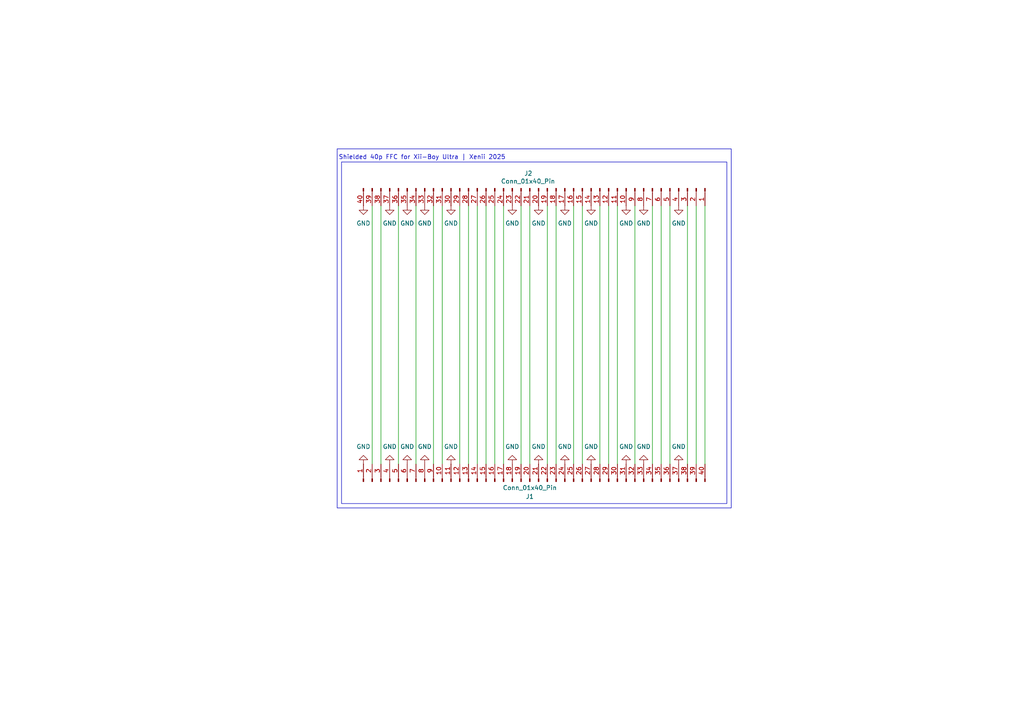
<source format=kicad_sch>
(kicad_sch
	(version 20250114)
	(generator "eeschema")
	(generator_version "9.0")
	(uuid "c7301c8b-b5ea-450b-a365-7c09fa0c9dd1")
	(paper "A4")
	(lib_symbols
		(symbol "Connector:Conn_01x40_Pin"
			(pin_names
				(offset 1.016)
				(hide yes)
			)
			(exclude_from_sim no)
			(in_bom yes)
			(on_board yes)
			(property "Reference" "J"
				(at 0 50.8 0)
				(effects
					(font
						(size 1.27 1.27)
					)
				)
			)
			(property "Value" "Conn_01x40_Pin"
				(at 0 -53.34 0)
				(effects
					(font
						(size 1.27 1.27)
					)
				)
			)
			(property "Footprint" ""
				(at 0 0 0)
				(effects
					(font
						(size 1.27 1.27)
					)
					(hide yes)
				)
			)
			(property "Datasheet" "~"
				(at 0 0 0)
				(effects
					(font
						(size 1.27 1.27)
					)
					(hide yes)
				)
			)
			(property "Description" "Generic connector, single row, 01x40, script generated"
				(at 0 0 0)
				(effects
					(font
						(size 1.27 1.27)
					)
					(hide yes)
				)
			)
			(property "ki_locked" ""
				(at 0 0 0)
				(effects
					(font
						(size 1.27 1.27)
					)
				)
			)
			(property "ki_keywords" "connector"
				(at 0 0 0)
				(effects
					(font
						(size 1.27 1.27)
					)
					(hide yes)
				)
			)
			(property "ki_fp_filters" "Connector*:*_1x??_*"
				(at 0 0 0)
				(effects
					(font
						(size 1.27 1.27)
					)
					(hide yes)
				)
			)
			(symbol "Conn_01x40_Pin_1_1"
				(rectangle
					(start 0.8636 48.387)
					(end 0 48.133)
					(stroke
						(width 0.1524)
						(type default)
					)
					(fill
						(type outline)
					)
				)
				(rectangle
					(start 0.8636 45.847)
					(end 0 45.593)
					(stroke
						(width 0.1524)
						(type default)
					)
					(fill
						(type outline)
					)
				)
				(rectangle
					(start 0.8636 43.307)
					(end 0 43.053)
					(stroke
						(width 0.1524)
						(type default)
					)
					(fill
						(type outline)
					)
				)
				(rectangle
					(start 0.8636 40.767)
					(end 0 40.513)
					(stroke
						(width 0.1524)
						(type default)
					)
					(fill
						(type outline)
					)
				)
				(rectangle
					(start 0.8636 38.227)
					(end 0 37.973)
					(stroke
						(width 0.1524)
						(type default)
					)
					(fill
						(type outline)
					)
				)
				(rectangle
					(start 0.8636 35.687)
					(end 0 35.433)
					(stroke
						(width 0.1524)
						(type default)
					)
					(fill
						(type outline)
					)
				)
				(rectangle
					(start 0.8636 33.147)
					(end 0 32.893)
					(stroke
						(width 0.1524)
						(type default)
					)
					(fill
						(type outline)
					)
				)
				(rectangle
					(start 0.8636 30.607)
					(end 0 30.353)
					(stroke
						(width 0.1524)
						(type default)
					)
					(fill
						(type outline)
					)
				)
				(rectangle
					(start 0.8636 28.067)
					(end 0 27.813)
					(stroke
						(width 0.1524)
						(type default)
					)
					(fill
						(type outline)
					)
				)
				(rectangle
					(start 0.8636 25.527)
					(end 0 25.273)
					(stroke
						(width 0.1524)
						(type default)
					)
					(fill
						(type outline)
					)
				)
				(rectangle
					(start 0.8636 22.987)
					(end 0 22.733)
					(stroke
						(width 0.1524)
						(type default)
					)
					(fill
						(type outline)
					)
				)
				(rectangle
					(start 0.8636 20.447)
					(end 0 20.193)
					(stroke
						(width 0.1524)
						(type default)
					)
					(fill
						(type outline)
					)
				)
				(rectangle
					(start 0.8636 17.907)
					(end 0 17.653)
					(stroke
						(width 0.1524)
						(type default)
					)
					(fill
						(type outline)
					)
				)
				(rectangle
					(start 0.8636 15.367)
					(end 0 15.113)
					(stroke
						(width 0.1524)
						(type default)
					)
					(fill
						(type outline)
					)
				)
				(rectangle
					(start 0.8636 12.827)
					(end 0 12.573)
					(stroke
						(width 0.1524)
						(type default)
					)
					(fill
						(type outline)
					)
				)
				(rectangle
					(start 0.8636 10.287)
					(end 0 10.033)
					(stroke
						(width 0.1524)
						(type default)
					)
					(fill
						(type outline)
					)
				)
				(rectangle
					(start 0.8636 7.747)
					(end 0 7.493)
					(stroke
						(width 0.1524)
						(type default)
					)
					(fill
						(type outline)
					)
				)
				(rectangle
					(start 0.8636 5.207)
					(end 0 4.953)
					(stroke
						(width 0.1524)
						(type default)
					)
					(fill
						(type outline)
					)
				)
				(rectangle
					(start 0.8636 2.667)
					(end 0 2.413)
					(stroke
						(width 0.1524)
						(type default)
					)
					(fill
						(type outline)
					)
				)
				(rectangle
					(start 0.8636 0.127)
					(end 0 -0.127)
					(stroke
						(width 0.1524)
						(type default)
					)
					(fill
						(type outline)
					)
				)
				(rectangle
					(start 0.8636 -2.413)
					(end 0 -2.667)
					(stroke
						(width 0.1524)
						(type default)
					)
					(fill
						(type outline)
					)
				)
				(rectangle
					(start 0.8636 -4.953)
					(end 0 -5.207)
					(stroke
						(width 0.1524)
						(type default)
					)
					(fill
						(type outline)
					)
				)
				(rectangle
					(start 0.8636 -7.493)
					(end 0 -7.747)
					(stroke
						(width 0.1524)
						(type default)
					)
					(fill
						(type outline)
					)
				)
				(rectangle
					(start 0.8636 -10.033)
					(end 0 -10.287)
					(stroke
						(width 0.1524)
						(type default)
					)
					(fill
						(type outline)
					)
				)
				(rectangle
					(start 0.8636 -12.573)
					(end 0 -12.827)
					(stroke
						(width 0.1524)
						(type default)
					)
					(fill
						(type outline)
					)
				)
				(rectangle
					(start 0.8636 -15.113)
					(end 0 -15.367)
					(stroke
						(width 0.1524)
						(type default)
					)
					(fill
						(type outline)
					)
				)
				(rectangle
					(start 0.8636 -17.653)
					(end 0 -17.907)
					(stroke
						(width 0.1524)
						(type default)
					)
					(fill
						(type outline)
					)
				)
				(rectangle
					(start 0.8636 -20.193)
					(end 0 -20.447)
					(stroke
						(width 0.1524)
						(type default)
					)
					(fill
						(type outline)
					)
				)
				(rectangle
					(start 0.8636 -22.733)
					(end 0 -22.987)
					(stroke
						(width 0.1524)
						(type default)
					)
					(fill
						(type outline)
					)
				)
				(rectangle
					(start 0.8636 -25.273)
					(end 0 -25.527)
					(stroke
						(width 0.1524)
						(type default)
					)
					(fill
						(type outline)
					)
				)
				(rectangle
					(start 0.8636 -27.813)
					(end 0 -28.067)
					(stroke
						(width 0.1524)
						(type default)
					)
					(fill
						(type outline)
					)
				)
				(rectangle
					(start 0.8636 -30.353)
					(end 0 -30.607)
					(stroke
						(width 0.1524)
						(type default)
					)
					(fill
						(type outline)
					)
				)
				(rectangle
					(start 0.8636 -32.893)
					(end 0 -33.147)
					(stroke
						(width 0.1524)
						(type default)
					)
					(fill
						(type outline)
					)
				)
				(rectangle
					(start 0.8636 -35.433)
					(end 0 -35.687)
					(stroke
						(width 0.1524)
						(type default)
					)
					(fill
						(type outline)
					)
				)
				(rectangle
					(start 0.8636 -37.973)
					(end 0 -38.227)
					(stroke
						(width 0.1524)
						(type default)
					)
					(fill
						(type outline)
					)
				)
				(rectangle
					(start 0.8636 -40.513)
					(end 0 -40.767)
					(stroke
						(width 0.1524)
						(type default)
					)
					(fill
						(type outline)
					)
				)
				(rectangle
					(start 0.8636 -43.053)
					(end 0 -43.307)
					(stroke
						(width 0.1524)
						(type default)
					)
					(fill
						(type outline)
					)
				)
				(rectangle
					(start 0.8636 -45.593)
					(end 0 -45.847)
					(stroke
						(width 0.1524)
						(type default)
					)
					(fill
						(type outline)
					)
				)
				(rectangle
					(start 0.8636 -48.133)
					(end 0 -48.387)
					(stroke
						(width 0.1524)
						(type default)
					)
					(fill
						(type outline)
					)
				)
				(rectangle
					(start 0.8636 -50.673)
					(end 0 -50.927)
					(stroke
						(width 0.1524)
						(type default)
					)
					(fill
						(type outline)
					)
				)
				(polyline
					(pts
						(xy 1.27 48.26) (xy 0.8636 48.26)
					)
					(stroke
						(width 0.1524)
						(type default)
					)
					(fill
						(type none)
					)
				)
				(polyline
					(pts
						(xy 1.27 45.72) (xy 0.8636 45.72)
					)
					(stroke
						(width 0.1524)
						(type default)
					)
					(fill
						(type none)
					)
				)
				(polyline
					(pts
						(xy 1.27 43.18) (xy 0.8636 43.18)
					)
					(stroke
						(width 0.1524)
						(type default)
					)
					(fill
						(type none)
					)
				)
				(polyline
					(pts
						(xy 1.27 40.64) (xy 0.8636 40.64)
					)
					(stroke
						(width 0.1524)
						(type default)
					)
					(fill
						(type none)
					)
				)
				(polyline
					(pts
						(xy 1.27 38.1) (xy 0.8636 38.1)
					)
					(stroke
						(width 0.1524)
						(type default)
					)
					(fill
						(type none)
					)
				)
				(polyline
					(pts
						(xy 1.27 35.56) (xy 0.8636 35.56)
					)
					(stroke
						(width 0.1524)
						(type default)
					)
					(fill
						(type none)
					)
				)
				(polyline
					(pts
						(xy 1.27 33.02) (xy 0.8636 33.02)
					)
					(stroke
						(width 0.1524)
						(type default)
					)
					(fill
						(type none)
					)
				)
				(polyline
					(pts
						(xy 1.27 30.48) (xy 0.8636 30.48)
					)
					(stroke
						(width 0.1524)
						(type default)
					)
					(fill
						(type none)
					)
				)
				(polyline
					(pts
						(xy 1.27 27.94) (xy 0.8636 27.94)
					)
					(stroke
						(width 0.1524)
						(type default)
					)
					(fill
						(type none)
					)
				)
				(polyline
					(pts
						(xy 1.27 25.4) (xy 0.8636 25.4)
					)
					(stroke
						(width 0.1524)
						(type default)
					)
					(fill
						(type none)
					)
				)
				(polyline
					(pts
						(xy 1.27 22.86) (xy 0.8636 22.86)
					)
					(stroke
						(width 0.1524)
						(type default)
					)
					(fill
						(type none)
					)
				)
				(polyline
					(pts
						(xy 1.27 20.32) (xy 0.8636 20.32)
					)
					(stroke
						(width 0.1524)
						(type default)
					)
					(fill
						(type none)
					)
				)
				(polyline
					(pts
						(xy 1.27 17.78) (xy 0.8636 17.78)
					)
					(stroke
						(width 0.1524)
						(type default)
					)
					(fill
						(type none)
					)
				)
				(polyline
					(pts
						(xy 1.27 15.24) (xy 0.8636 15.24)
					)
					(stroke
						(width 0.1524)
						(type default)
					)
					(fill
						(type none)
					)
				)
				(polyline
					(pts
						(xy 1.27 12.7) (xy 0.8636 12.7)
					)
					(stroke
						(width 0.1524)
						(type default)
					)
					(fill
						(type none)
					)
				)
				(polyline
					(pts
						(xy 1.27 10.16) (xy 0.8636 10.16)
					)
					(stroke
						(width 0.1524)
						(type default)
					)
					(fill
						(type none)
					)
				)
				(polyline
					(pts
						(xy 1.27 7.62) (xy 0.8636 7.62)
					)
					(stroke
						(width 0.1524)
						(type default)
					)
					(fill
						(type none)
					)
				)
				(polyline
					(pts
						(xy 1.27 5.08) (xy 0.8636 5.08)
					)
					(stroke
						(width 0.1524)
						(type default)
					)
					(fill
						(type none)
					)
				)
				(polyline
					(pts
						(xy 1.27 2.54) (xy 0.8636 2.54)
					)
					(stroke
						(width 0.1524)
						(type default)
					)
					(fill
						(type none)
					)
				)
				(polyline
					(pts
						(xy 1.27 0) (xy 0.8636 0)
					)
					(stroke
						(width 0.1524)
						(type default)
					)
					(fill
						(type none)
					)
				)
				(polyline
					(pts
						(xy 1.27 -2.54) (xy 0.8636 -2.54)
					)
					(stroke
						(width 0.1524)
						(type default)
					)
					(fill
						(type none)
					)
				)
				(polyline
					(pts
						(xy 1.27 -5.08) (xy 0.8636 -5.08)
					)
					(stroke
						(width 0.1524)
						(type default)
					)
					(fill
						(type none)
					)
				)
				(polyline
					(pts
						(xy 1.27 -7.62) (xy 0.8636 -7.62)
					)
					(stroke
						(width 0.1524)
						(type default)
					)
					(fill
						(type none)
					)
				)
				(polyline
					(pts
						(xy 1.27 -10.16) (xy 0.8636 -10.16)
					)
					(stroke
						(width 0.1524)
						(type default)
					)
					(fill
						(type none)
					)
				)
				(polyline
					(pts
						(xy 1.27 -12.7) (xy 0.8636 -12.7)
					)
					(stroke
						(width 0.1524)
						(type default)
					)
					(fill
						(type none)
					)
				)
				(polyline
					(pts
						(xy 1.27 -15.24) (xy 0.8636 -15.24)
					)
					(stroke
						(width 0.1524)
						(type default)
					)
					(fill
						(type none)
					)
				)
				(polyline
					(pts
						(xy 1.27 -17.78) (xy 0.8636 -17.78)
					)
					(stroke
						(width 0.1524)
						(type default)
					)
					(fill
						(type none)
					)
				)
				(polyline
					(pts
						(xy 1.27 -20.32) (xy 0.8636 -20.32)
					)
					(stroke
						(width 0.1524)
						(type default)
					)
					(fill
						(type none)
					)
				)
				(polyline
					(pts
						(xy 1.27 -22.86) (xy 0.8636 -22.86)
					)
					(stroke
						(width 0.1524)
						(type default)
					)
					(fill
						(type none)
					)
				)
				(polyline
					(pts
						(xy 1.27 -25.4) (xy 0.8636 -25.4)
					)
					(stroke
						(width 0.1524)
						(type default)
					)
					(fill
						(type none)
					)
				)
				(polyline
					(pts
						(xy 1.27 -27.94) (xy 0.8636 -27.94)
					)
					(stroke
						(width 0.1524)
						(type default)
					)
					(fill
						(type none)
					)
				)
				(polyline
					(pts
						(xy 1.27 -30.48) (xy 0.8636 -30.48)
					)
					(stroke
						(width 0.1524)
						(type default)
					)
					(fill
						(type none)
					)
				)
				(polyline
					(pts
						(xy 1.27 -33.02) (xy 0.8636 -33.02)
					)
					(stroke
						(width 0.1524)
						(type default)
					)
					(fill
						(type none)
					)
				)
				(polyline
					(pts
						(xy 1.27 -35.56) (xy 0.8636 -35.56)
					)
					(stroke
						(width 0.1524)
						(type default)
					)
					(fill
						(type none)
					)
				)
				(polyline
					(pts
						(xy 1.27 -38.1) (xy 0.8636 -38.1)
					)
					(stroke
						(width 0.1524)
						(type default)
					)
					(fill
						(type none)
					)
				)
				(polyline
					(pts
						(xy 1.27 -40.64) (xy 0.8636 -40.64)
					)
					(stroke
						(width 0.1524)
						(type default)
					)
					(fill
						(type none)
					)
				)
				(polyline
					(pts
						(xy 1.27 -43.18) (xy 0.8636 -43.18)
					)
					(stroke
						(width 0.1524)
						(type default)
					)
					(fill
						(type none)
					)
				)
				(polyline
					(pts
						(xy 1.27 -45.72) (xy 0.8636 -45.72)
					)
					(stroke
						(width 0.1524)
						(type default)
					)
					(fill
						(type none)
					)
				)
				(polyline
					(pts
						(xy 1.27 -48.26) (xy 0.8636 -48.26)
					)
					(stroke
						(width 0.1524)
						(type default)
					)
					(fill
						(type none)
					)
				)
				(polyline
					(pts
						(xy 1.27 -50.8) (xy 0.8636 -50.8)
					)
					(stroke
						(width 0.1524)
						(type default)
					)
					(fill
						(type none)
					)
				)
				(pin passive line
					(at 5.08 48.26 180)
					(length 3.81)
					(name "Pin_1"
						(effects
							(font
								(size 1.27 1.27)
							)
						)
					)
					(number "1"
						(effects
							(font
								(size 1.27 1.27)
							)
						)
					)
				)
				(pin passive line
					(at 5.08 45.72 180)
					(length 3.81)
					(name "Pin_2"
						(effects
							(font
								(size 1.27 1.27)
							)
						)
					)
					(number "2"
						(effects
							(font
								(size 1.27 1.27)
							)
						)
					)
				)
				(pin passive line
					(at 5.08 43.18 180)
					(length 3.81)
					(name "Pin_3"
						(effects
							(font
								(size 1.27 1.27)
							)
						)
					)
					(number "3"
						(effects
							(font
								(size 1.27 1.27)
							)
						)
					)
				)
				(pin passive line
					(at 5.08 40.64 180)
					(length 3.81)
					(name "Pin_4"
						(effects
							(font
								(size 1.27 1.27)
							)
						)
					)
					(number "4"
						(effects
							(font
								(size 1.27 1.27)
							)
						)
					)
				)
				(pin passive line
					(at 5.08 38.1 180)
					(length 3.81)
					(name "Pin_5"
						(effects
							(font
								(size 1.27 1.27)
							)
						)
					)
					(number "5"
						(effects
							(font
								(size 1.27 1.27)
							)
						)
					)
				)
				(pin passive line
					(at 5.08 35.56 180)
					(length 3.81)
					(name "Pin_6"
						(effects
							(font
								(size 1.27 1.27)
							)
						)
					)
					(number "6"
						(effects
							(font
								(size 1.27 1.27)
							)
						)
					)
				)
				(pin passive line
					(at 5.08 33.02 180)
					(length 3.81)
					(name "Pin_7"
						(effects
							(font
								(size 1.27 1.27)
							)
						)
					)
					(number "7"
						(effects
							(font
								(size 1.27 1.27)
							)
						)
					)
				)
				(pin passive line
					(at 5.08 30.48 180)
					(length 3.81)
					(name "Pin_8"
						(effects
							(font
								(size 1.27 1.27)
							)
						)
					)
					(number "8"
						(effects
							(font
								(size 1.27 1.27)
							)
						)
					)
				)
				(pin passive line
					(at 5.08 27.94 180)
					(length 3.81)
					(name "Pin_9"
						(effects
							(font
								(size 1.27 1.27)
							)
						)
					)
					(number "9"
						(effects
							(font
								(size 1.27 1.27)
							)
						)
					)
				)
				(pin passive line
					(at 5.08 25.4 180)
					(length 3.81)
					(name "Pin_10"
						(effects
							(font
								(size 1.27 1.27)
							)
						)
					)
					(number "10"
						(effects
							(font
								(size 1.27 1.27)
							)
						)
					)
				)
				(pin passive line
					(at 5.08 22.86 180)
					(length 3.81)
					(name "Pin_11"
						(effects
							(font
								(size 1.27 1.27)
							)
						)
					)
					(number "11"
						(effects
							(font
								(size 1.27 1.27)
							)
						)
					)
				)
				(pin passive line
					(at 5.08 20.32 180)
					(length 3.81)
					(name "Pin_12"
						(effects
							(font
								(size 1.27 1.27)
							)
						)
					)
					(number "12"
						(effects
							(font
								(size 1.27 1.27)
							)
						)
					)
				)
				(pin passive line
					(at 5.08 17.78 180)
					(length 3.81)
					(name "Pin_13"
						(effects
							(font
								(size 1.27 1.27)
							)
						)
					)
					(number "13"
						(effects
							(font
								(size 1.27 1.27)
							)
						)
					)
				)
				(pin passive line
					(at 5.08 15.24 180)
					(length 3.81)
					(name "Pin_14"
						(effects
							(font
								(size 1.27 1.27)
							)
						)
					)
					(number "14"
						(effects
							(font
								(size 1.27 1.27)
							)
						)
					)
				)
				(pin passive line
					(at 5.08 12.7 180)
					(length 3.81)
					(name "Pin_15"
						(effects
							(font
								(size 1.27 1.27)
							)
						)
					)
					(number "15"
						(effects
							(font
								(size 1.27 1.27)
							)
						)
					)
				)
				(pin passive line
					(at 5.08 10.16 180)
					(length 3.81)
					(name "Pin_16"
						(effects
							(font
								(size 1.27 1.27)
							)
						)
					)
					(number "16"
						(effects
							(font
								(size 1.27 1.27)
							)
						)
					)
				)
				(pin passive line
					(at 5.08 7.62 180)
					(length 3.81)
					(name "Pin_17"
						(effects
							(font
								(size 1.27 1.27)
							)
						)
					)
					(number "17"
						(effects
							(font
								(size 1.27 1.27)
							)
						)
					)
				)
				(pin passive line
					(at 5.08 5.08 180)
					(length 3.81)
					(name "Pin_18"
						(effects
							(font
								(size 1.27 1.27)
							)
						)
					)
					(number "18"
						(effects
							(font
								(size 1.27 1.27)
							)
						)
					)
				)
				(pin passive line
					(at 5.08 2.54 180)
					(length 3.81)
					(name "Pin_19"
						(effects
							(font
								(size 1.27 1.27)
							)
						)
					)
					(number "19"
						(effects
							(font
								(size 1.27 1.27)
							)
						)
					)
				)
				(pin passive line
					(at 5.08 0 180)
					(length 3.81)
					(name "Pin_20"
						(effects
							(font
								(size 1.27 1.27)
							)
						)
					)
					(number "20"
						(effects
							(font
								(size 1.27 1.27)
							)
						)
					)
				)
				(pin passive line
					(at 5.08 -2.54 180)
					(length 3.81)
					(name "Pin_21"
						(effects
							(font
								(size 1.27 1.27)
							)
						)
					)
					(number "21"
						(effects
							(font
								(size 1.27 1.27)
							)
						)
					)
				)
				(pin passive line
					(at 5.08 -5.08 180)
					(length 3.81)
					(name "Pin_22"
						(effects
							(font
								(size 1.27 1.27)
							)
						)
					)
					(number "22"
						(effects
							(font
								(size 1.27 1.27)
							)
						)
					)
				)
				(pin passive line
					(at 5.08 -7.62 180)
					(length 3.81)
					(name "Pin_23"
						(effects
							(font
								(size 1.27 1.27)
							)
						)
					)
					(number "23"
						(effects
							(font
								(size 1.27 1.27)
							)
						)
					)
				)
				(pin passive line
					(at 5.08 -10.16 180)
					(length 3.81)
					(name "Pin_24"
						(effects
							(font
								(size 1.27 1.27)
							)
						)
					)
					(number "24"
						(effects
							(font
								(size 1.27 1.27)
							)
						)
					)
				)
				(pin passive line
					(at 5.08 -12.7 180)
					(length 3.81)
					(name "Pin_25"
						(effects
							(font
								(size 1.27 1.27)
							)
						)
					)
					(number "25"
						(effects
							(font
								(size 1.27 1.27)
							)
						)
					)
				)
				(pin passive line
					(at 5.08 -15.24 180)
					(length 3.81)
					(name "Pin_26"
						(effects
							(font
								(size 1.27 1.27)
							)
						)
					)
					(number "26"
						(effects
							(font
								(size 1.27 1.27)
							)
						)
					)
				)
				(pin passive line
					(at 5.08 -17.78 180)
					(length 3.81)
					(name "Pin_27"
						(effects
							(font
								(size 1.27 1.27)
							)
						)
					)
					(number "27"
						(effects
							(font
								(size 1.27 1.27)
							)
						)
					)
				)
				(pin passive line
					(at 5.08 -20.32 180)
					(length 3.81)
					(name "Pin_28"
						(effects
							(font
								(size 1.27 1.27)
							)
						)
					)
					(number "28"
						(effects
							(font
								(size 1.27 1.27)
							)
						)
					)
				)
				(pin passive line
					(at 5.08 -22.86 180)
					(length 3.81)
					(name "Pin_29"
						(effects
							(font
								(size 1.27 1.27)
							)
						)
					)
					(number "29"
						(effects
							(font
								(size 1.27 1.27)
							)
						)
					)
				)
				(pin passive line
					(at 5.08 -25.4 180)
					(length 3.81)
					(name "Pin_30"
						(effects
							(font
								(size 1.27 1.27)
							)
						)
					)
					(number "30"
						(effects
							(font
								(size 1.27 1.27)
							)
						)
					)
				)
				(pin passive line
					(at 5.08 -27.94 180)
					(length 3.81)
					(name "Pin_31"
						(effects
							(font
								(size 1.27 1.27)
							)
						)
					)
					(number "31"
						(effects
							(font
								(size 1.27 1.27)
							)
						)
					)
				)
				(pin passive line
					(at 5.08 -30.48 180)
					(length 3.81)
					(name "Pin_32"
						(effects
							(font
								(size 1.27 1.27)
							)
						)
					)
					(number "32"
						(effects
							(font
								(size 1.27 1.27)
							)
						)
					)
				)
				(pin passive line
					(at 5.08 -33.02 180)
					(length 3.81)
					(name "Pin_33"
						(effects
							(font
								(size 1.27 1.27)
							)
						)
					)
					(number "33"
						(effects
							(font
								(size 1.27 1.27)
							)
						)
					)
				)
				(pin passive line
					(at 5.08 -35.56 180)
					(length 3.81)
					(name "Pin_34"
						(effects
							(font
								(size 1.27 1.27)
							)
						)
					)
					(number "34"
						(effects
							(font
								(size 1.27 1.27)
							)
						)
					)
				)
				(pin passive line
					(at 5.08 -38.1 180)
					(length 3.81)
					(name "Pin_35"
						(effects
							(font
								(size 1.27 1.27)
							)
						)
					)
					(number "35"
						(effects
							(font
								(size 1.27 1.27)
							)
						)
					)
				)
				(pin passive line
					(at 5.08 -40.64 180)
					(length 3.81)
					(name "Pin_36"
						(effects
							(font
								(size 1.27 1.27)
							)
						)
					)
					(number "36"
						(effects
							(font
								(size 1.27 1.27)
							)
						)
					)
				)
				(pin passive line
					(at 5.08 -43.18 180)
					(length 3.81)
					(name "Pin_37"
						(effects
							(font
								(size 1.27 1.27)
							)
						)
					)
					(number "37"
						(effects
							(font
								(size 1.27 1.27)
							)
						)
					)
				)
				(pin passive line
					(at 5.08 -45.72 180)
					(length 3.81)
					(name "Pin_38"
						(effects
							(font
								(size 1.27 1.27)
							)
						)
					)
					(number "38"
						(effects
							(font
								(size 1.27 1.27)
							)
						)
					)
				)
				(pin passive line
					(at 5.08 -48.26 180)
					(length 3.81)
					(name "Pin_39"
						(effects
							(font
								(size 1.27 1.27)
							)
						)
					)
					(number "39"
						(effects
							(font
								(size 1.27 1.27)
							)
						)
					)
				)
				(pin passive line
					(at 5.08 -50.8 180)
					(length 3.81)
					(name "Pin_40"
						(effects
							(font
								(size 1.27 1.27)
							)
						)
					)
					(number "40"
						(effects
							(font
								(size 1.27 1.27)
							)
						)
					)
				)
			)
			(embedded_fonts no)
		)
		(symbol "power:GND"
			(power)
			(pin_numbers
				(hide yes)
			)
			(pin_names
				(offset 0)
				(hide yes)
			)
			(exclude_from_sim no)
			(in_bom yes)
			(on_board yes)
			(property "Reference" "#PWR"
				(at 0 -6.35 0)
				(effects
					(font
						(size 1.27 1.27)
					)
					(hide yes)
				)
			)
			(property "Value" "GND"
				(at 0 -3.81 0)
				(effects
					(font
						(size 1.27 1.27)
					)
				)
			)
			(property "Footprint" ""
				(at 0 0 0)
				(effects
					(font
						(size 1.27 1.27)
					)
					(hide yes)
				)
			)
			(property "Datasheet" ""
				(at 0 0 0)
				(effects
					(font
						(size 1.27 1.27)
					)
					(hide yes)
				)
			)
			(property "Description" "Power symbol creates a global label with name \"GND\" , ground"
				(at 0 0 0)
				(effects
					(font
						(size 1.27 1.27)
					)
					(hide yes)
				)
			)
			(property "ki_keywords" "global power"
				(at 0 0 0)
				(effects
					(font
						(size 1.27 1.27)
					)
					(hide yes)
				)
			)
			(symbol "GND_0_1"
				(polyline
					(pts
						(xy 0 0) (xy 0 -1.27) (xy 1.27 -1.27) (xy 0 -2.54) (xy -1.27 -1.27) (xy 0 -1.27)
					)
					(stroke
						(width 0)
						(type default)
					)
					(fill
						(type none)
					)
				)
			)
			(symbol "GND_1_1"
				(pin power_in line
					(at 0 0 270)
					(length 0)
					(name "~"
						(effects
							(font
								(size 1.27 1.27)
							)
						)
					)
					(number "1"
						(effects
							(font
								(size 1.27 1.27)
							)
						)
					)
				)
			)
			(embedded_fonts no)
		)
	)
	(rectangle
		(start 97.79 43.18)
		(end 212.09 147.32)
		(stroke
			(width 0)
			(type default)
		)
		(fill
			(type none)
		)
		(uuid 5386a8f1-dd45-43ea-aa01-2e9df8702c42)
	)
	(rectangle
		(start 99.06 46.99)
		(end 210.82 146.05)
		(stroke
			(width 0)
			(type default)
		)
		(fill
			(type none)
		)
		(uuid 5d80f9eb-8fa3-4c9d-9e4b-b35ae385e4cb)
	)
	(text "Shielded 40p FFC for Xii-Boy Ultra | Xenii 2025"
		(exclude_from_sim no)
		(at 122.428 45.72 0)
		(effects
			(font
				(size 1.27 1.27)
			)
		)
		(uuid "6f2ab3e8-e8c3-431a-9fea-2efd51ec87f1")
	)
	(wire
		(pts
			(xy 138.43 134.62) (xy 138.43 59.69)
		)
		(stroke
			(width 0)
			(type default)
		)
		(uuid "02456d57-7e53-4693-8ace-40305cb919e7")
	)
	(wire
		(pts
			(xy 184.15 134.62) (xy 184.15 59.69)
		)
		(stroke
			(width 0)
			(type default)
		)
		(uuid "02da45b4-1055-49be-8061-4afbc1d201b5")
	)
	(wire
		(pts
			(xy 204.47 134.62) (xy 204.47 59.69)
		)
		(stroke
			(width 0)
			(type default)
		)
		(uuid "0d6cce52-5e0d-4265-981f-4afa2f894144")
	)
	(wire
		(pts
			(xy 158.75 134.62) (xy 158.75 59.69)
		)
		(stroke
			(width 0)
			(type default)
		)
		(uuid "30da0fb7-f205-430c-b059-6c9d4913fa6a")
	)
	(wire
		(pts
			(xy 153.67 134.62) (xy 153.67 59.69)
		)
		(stroke
			(width 0)
			(type default)
		)
		(uuid "4078eca9-43ba-4f58-858d-e73bc7c21d74")
	)
	(wire
		(pts
			(xy 199.39 134.62) (xy 199.39 59.69)
		)
		(stroke
			(width 0)
			(type default)
		)
		(uuid "40f16214-7ee4-4944-b0c6-d1dd5ed5d8f9")
	)
	(wire
		(pts
			(xy 128.27 134.62) (xy 128.27 59.69)
		)
		(stroke
			(width 0)
			(type default)
		)
		(uuid "447acab9-9340-42b3-9a3f-6fa6cc9f6b21")
	)
	(wire
		(pts
			(xy 133.35 134.62) (xy 133.35 59.69)
		)
		(stroke
			(width 0)
			(type default)
		)
		(uuid "54882dc4-16de-4c9f-afd0-44429c4d06bf")
	)
	(wire
		(pts
			(xy 135.89 134.62) (xy 135.89 59.69)
		)
		(stroke
			(width 0)
			(type default)
		)
		(uuid "5adbb2b1-07c5-4862-be8d-5280a2a40175")
	)
	(wire
		(pts
			(xy 143.51 134.62) (xy 143.51 59.69)
		)
		(stroke
			(width 0)
			(type default)
		)
		(uuid "630fb62e-b641-46f4-916e-0e6a5d1088b1")
	)
	(wire
		(pts
			(xy 168.91 134.62) (xy 168.91 59.69)
		)
		(stroke
			(width 0)
			(type default)
		)
		(uuid "839ae44e-c599-4263-9afc-03e5886a8190")
	)
	(wire
		(pts
			(xy 140.97 134.62) (xy 140.97 59.69)
		)
		(stroke
			(width 0)
			(type default)
		)
		(uuid "94724396-5d5e-4f55-84d8-a23baa8111b9")
	)
	(wire
		(pts
			(xy 120.65 134.62) (xy 120.65 59.69)
		)
		(stroke
			(width 0)
			(type default)
		)
		(uuid "98f77753-5901-4865-b021-5ed82df83c35")
	)
	(wire
		(pts
			(xy 110.49 134.62) (xy 110.49 59.69)
		)
		(stroke
			(width 0)
			(type default)
		)
		(uuid "9a395408-9f61-4702-8785-f8c38140cff8")
	)
	(wire
		(pts
			(xy 191.77 134.62) (xy 191.77 59.69)
		)
		(stroke
			(width 0)
			(type default)
		)
		(uuid "b22ce517-84e7-4269-a4cf-ad05550b5e9b")
	)
	(wire
		(pts
			(xy 173.99 134.62) (xy 173.99 59.69)
		)
		(stroke
			(width 0)
			(type default)
		)
		(uuid "bebaea1e-da03-4080-83fb-9d55b6cfa2c6")
	)
	(wire
		(pts
			(xy 146.05 134.62) (xy 146.05 59.69)
		)
		(stroke
			(width 0)
			(type default)
		)
		(uuid "c06489c3-936a-42b6-8aa1-43540d49a30f")
	)
	(wire
		(pts
			(xy 151.13 134.62) (xy 151.13 59.69)
		)
		(stroke
			(width 0)
			(type default)
		)
		(uuid "c6e9cfbf-5fa6-409c-969f-71ba17d00ae5")
	)
	(wire
		(pts
			(xy 179.07 134.62) (xy 179.07 59.69)
		)
		(stroke
			(width 0)
			(type default)
		)
		(uuid "d4f41ede-7b1f-4a15-a06b-cd18977ac323")
	)
	(wire
		(pts
			(xy 107.95 134.62) (xy 107.95 59.69)
		)
		(stroke
			(width 0)
			(type default)
		)
		(uuid "d65f196b-d91e-4d04-a555-b53d705ae0be")
	)
	(wire
		(pts
			(xy 125.73 134.62) (xy 125.73 59.69)
		)
		(stroke
			(width 0)
			(type default)
		)
		(uuid "d6aa2843-ec6f-4a7e-ae7e-d121a2657205")
	)
	(wire
		(pts
			(xy 176.53 134.62) (xy 176.53 59.69)
		)
		(stroke
			(width 0)
			(type default)
		)
		(uuid "dc0bb0cc-361a-4ca9-8e73-46011a7dc1cc")
	)
	(wire
		(pts
			(xy 115.57 134.62) (xy 115.57 59.69)
		)
		(stroke
			(width 0)
			(type default)
		)
		(uuid "e8344b29-647e-47e4-9bde-e21cf70c8a32")
	)
	(wire
		(pts
			(xy 194.31 134.62) (xy 194.31 59.69)
		)
		(stroke
			(width 0)
			(type default)
		)
		(uuid "e9088833-3996-4584-8e87-74ae14d6ae00")
	)
	(wire
		(pts
			(xy 201.93 134.62) (xy 201.93 59.69)
		)
		(stroke
			(width 0)
			(type default)
		)
		(uuid "e9fe1bb7-a2ce-4556-9f4d-b24fc556845d")
	)
	(wire
		(pts
			(xy 161.29 134.62) (xy 161.29 59.69)
		)
		(stroke
			(width 0)
			(type default)
		)
		(uuid "ef84b7f7-825e-46ef-ae69-0c0f7b956b50")
	)
	(wire
		(pts
			(xy 189.23 134.62) (xy 189.23 59.69)
		)
		(stroke
			(width 0)
			(type default)
		)
		(uuid "f1b012ca-c875-44c5-a72c-13b7c4201723")
	)
	(wire
		(pts
			(xy 166.37 134.62) (xy 166.37 59.69)
		)
		(stroke
			(width 0)
			(type default)
		)
		(uuid "ffa4050d-1fa6-4680-b8bc-2a6c93748a52")
	)
	(symbol
		(lib_id "power:GND")
		(at 105.41 134.62 180)
		(unit 1)
		(exclude_from_sim no)
		(in_bom yes)
		(on_board yes)
		(dnp no)
		(fields_autoplaced yes)
		(uuid "00a589d1-433c-4e0e-b500-daba284944b0")
		(property "Reference" "#PWR013"
			(at 105.41 128.27 0)
			(effects
				(font
					(size 1.27 1.27)
				)
				(hide yes)
			)
		)
		(property "Value" "GND"
			(at 105.41 129.54 0)
			(effects
				(font
					(size 1.27 1.27)
				)
			)
		)
		(property "Footprint" ""
			(at 105.41 134.62 0)
			(effects
				(font
					(size 1.27 1.27)
				)
				(hide yes)
			)
		)
		(property "Datasheet" ""
			(at 105.41 134.62 0)
			(effects
				(font
					(size 1.27 1.27)
				)
				(hide yes)
			)
		)
		(property "Description" "Power symbol creates a global label with name \"GND\" , ground"
			(at 105.41 134.62 0)
			(effects
				(font
					(size 1.27 1.27)
				)
				(hide yes)
			)
		)
		(pin "1"
			(uuid "75a2a0ab-4877-45e1-bd39-df5f745157ec")
		)
		(instances
			(project "FFC-40P-XB3"
				(path "/c7301c8b-b5ea-450b-a365-7c09fa0c9dd1"
					(reference "#PWR013")
					(unit 1)
				)
			)
		)
	)
	(symbol
		(lib_id "power:GND")
		(at 171.45 59.69 0)
		(unit 1)
		(exclude_from_sim no)
		(in_bom yes)
		(on_board yes)
		(dnp no)
		(fields_autoplaced yes)
		(uuid "18040868-a12d-4018-9869-2f7264995534")
		(property "Reference" "#PWR09"
			(at 171.45 66.04 0)
			(effects
				(font
					(size 1.27 1.27)
				)
				(hide yes)
			)
		)
		(property "Value" "GND"
			(at 171.45 64.77 0)
			(effects
				(font
					(size 1.27 1.27)
				)
			)
		)
		(property "Footprint" ""
			(at 171.45 59.69 0)
			(effects
				(font
					(size 1.27 1.27)
				)
				(hide yes)
			)
		)
		(property "Datasheet" ""
			(at 171.45 59.69 0)
			(effects
				(font
					(size 1.27 1.27)
				)
				(hide yes)
			)
		)
		(property "Description" "Power symbol creates a global label with name \"GND\" , ground"
			(at 171.45 59.69 0)
			(effects
				(font
					(size 1.27 1.27)
				)
				(hide yes)
			)
		)
		(pin "1"
			(uuid "a8d1d232-a3af-4bef-a9e8-ea1987e7a6bf")
		)
		(instances
			(project "FFC-40P-XB3"
				(path "/c7301c8b-b5ea-450b-a365-7c09fa0c9dd1"
					(reference "#PWR09")
					(unit 1)
				)
			)
		)
	)
	(symbol
		(lib_id "power:GND")
		(at 171.45 134.62 180)
		(unit 1)
		(exclude_from_sim no)
		(in_bom yes)
		(on_board yes)
		(dnp no)
		(fields_autoplaced yes)
		(uuid "21c6f4ae-90a3-4ced-9df4-e3a4c3a642c0")
		(property "Reference" "#PWR021"
			(at 171.45 128.27 0)
			(effects
				(font
					(size 1.27 1.27)
				)
				(hide yes)
			)
		)
		(property "Value" "GND"
			(at 171.45 129.54 0)
			(effects
				(font
					(size 1.27 1.27)
				)
			)
		)
		(property "Footprint" ""
			(at 171.45 134.62 0)
			(effects
				(font
					(size 1.27 1.27)
				)
				(hide yes)
			)
		)
		(property "Datasheet" ""
			(at 171.45 134.62 0)
			(effects
				(font
					(size 1.27 1.27)
				)
				(hide yes)
			)
		)
		(property "Description" "Power symbol creates a global label with name \"GND\" , ground"
			(at 171.45 134.62 0)
			(effects
				(font
					(size 1.27 1.27)
				)
				(hide yes)
			)
		)
		(pin "1"
			(uuid "7d42e1dc-ed16-4c92-926a-bed431993345")
		)
		(instances
			(project "FFC-40P-XB3"
				(path "/c7301c8b-b5ea-450b-a365-7c09fa0c9dd1"
					(reference "#PWR021")
					(unit 1)
				)
			)
		)
	)
	(symbol
		(lib_id "Connector:Conn_01x40_Pin")
		(at 156.21 54.61 270)
		(unit 1)
		(exclude_from_sim no)
		(in_bom yes)
		(on_board yes)
		(dnp no)
		(uuid "2a51dcee-e1e4-4986-b074-af083f460155")
		(property "Reference" "J2"
			(at 154.432 50.292 90)
			(effects
				(font
					(size 1.27 1.27)
				)
				(justify right)
			)
		)
		(property "Value" "Conn_01x40_Pin"
			(at 161.036 52.578 90)
			(effects
				(font
					(size 1.27 1.27)
				)
				(justify right)
			)
		)
		(property "Footprint" "Male-FFC:XF-FFC-40p"
			(at 156.21 54.61 0)
			(effects
				(font
					(size 1.27 1.27)
				)
				(hide yes)
			)
		)
		(property "Datasheet" "~"
			(at 156.21 54.61 0)
			(effects
				(font
					(size 1.27 1.27)
				)
				(hide yes)
			)
		)
		(property "Description" "Generic connector, single row, 01x40, script generated"
			(at 156.21 54.61 0)
			(effects
				(font
					(size 1.27 1.27)
				)
				(hide yes)
			)
		)
		(pin "15"
			(uuid "a3284160-6b44-4d0a-b3b9-7d09c014107a")
		)
		(pin "7"
			(uuid "61eacf1b-f9d5-4ff0-ae08-48a4f4b07bca")
		)
		(pin "6"
			(uuid "99f36c4d-ec80-4a0f-a0c1-7909108da928")
		)
		(pin "25"
			(uuid "74172741-9e5e-42d2-a902-e912c28b92ca")
		)
		(pin "9"
			(uuid "2a1a273a-8728-47cc-8105-01d7a9323322")
		)
		(pin "29"
			(uuid "ef6db064-d09c-4e06-b618-74d875820257")
		)
		(pin "1"
			(uuid "a1fc92e0-ed01-43a1-a957-d043347d58ef")
		)
		(pin "19"
			(uuid "291b5f08-1972-4b19-b46f-12afe0c5e50b")
		)
		(pin "33"
			(uuid "f5fcd2bf-35ac-4106-82f3-101896dce28d")
		)
		(pin "2"
			(uuid "94851662-aa43-4581-ad10-19daeff63fb7")
		)
		(pin "4"
			(uuid "c73df4e3-0eb7-4787-bdad-55835e3b5a10")
		)
		(pin "11"
			(uuid "429dab55-7046-48a5-a819-36cdf208134c")
		)
		(pin "13"
			(uuid "a1b98e7b-aefc-4e9d-a55b-b61425782d0b")
		)
		(pin "18"
			(uuid "4f9c0686-b4dc-4714-a56c-9c9226bcf604")
		)
		(pin "20"
			(uuid "7b8429ee-6c6e-476c-bb7f-7a8f9b6babff")
		)
		(pin "22"
			(uuid "439c6838-0933-4533-879a-5cc183ed40e4")
		)
		(pin "8"
			(uuid "4e95344a-bbe8-4b80-b167-6d9c0916c103")
		)
		(pin "24"
			(uuid "1d61051e-6bdf-4e18-99fc-43e2c3865201")
		)
		(pin "5"
			(uuid "e5eba587-75be-448f-9b59-d53cebdc2bfe")
		)
		(pin "14"
			(uuid "7498ec4f-add3-42b8-ac0a-2fac6735e8dc")
		)
		(pin "12"
			(uuid "fbc31c14-b915-4732-9157-2c98664324d6")
		)
		(pin "3"
			(uuid "f49e0752-f0a7-436d-b217-ba7e05f22301")
		)
		(pin "16"
			(uuid "dd7c6c01-1f2a-4dee-9b5e-0c983eed9a21")
		)
		(pin "26"
			(uuid "9cd5a395-6926-4aec-8276-dfd81307198a")
		)
		(pin "10"
			(uuid "5de68578-e31b-493d-937c-4741ef94b157")
		)
		(pin "21"
			(uuid "d92e9480-b5cb-4af3-9f1a-e1f7b284c1ba")
		)
		(pin "17"
			(uuid "667acca3-9e52-4857-90f5-0e7e4293cfc3")
		)
		(pin "23"
			(uuid "d01a87b1-0778-40df-a561-fb9e69bccfe0")
		)
		(pin "27"
			(uuid "b480c961-ad4c-4641-b93d-31173c3b02a6")
		)
		(pin "28"
			(uuid "05436485-1101-42ad-a4cb-cf633167394a")
		)
		(pin "31"
			(uuid "8e241719-a7aa-4e16-80b7-17fc013a41a0")
		)
		(pin "32"
			(uuid "81971cc1-c8a8-49b7-aff7-3346a9d3054f")
		)
		(pin "30"
			(uuid "14868f02-2d9b-4928-80b8-d9eab5e2a248")
		)
		(pin "40"
			(uuid "dc814246-b6a8-449f-9574-7dbecb73c482")
		)
		(pin "35"
			(uuid "8da52c48-5596-4e72-9962-a679aa717cae")
		)
		(pin "34"
			(uuid "846357bf-b5d1-4e4b-a468-910eccc751f9")
		)
		(pin "39"
			(uuid "aa646c80-09a2-40af-acab-40903359d7d1")
		)
		(pin "36"
			(uuid "014fb8d1-ee45-451a-9670-f24ffee354fe")
		)
		(pin "37"
			(uuid "3453f6f9-27cd-4837-9c2c-6ef33672bcd8")
		)
		(pin "38"
			(uuid "017c8bd0-7f8b-45c3-a3bb-61890bfd3b2b")
		)
		(instances
			(project "FFC-40P-XB3"
				(path "/c7301c8b-b5ea-450b-a365-7c09fa0c9dd1"
					(reference "J2")
					(unit 1)
				)
			)
		)
	)
	(symbol
		(lib_id "power:GND")
		(at 130.81 134.62 180)
		(unit 1)
		(exclude_from_sim no)
		(in_bom yes)
		(on_board yes)
		(dnp no)
		(fields_autoplaced yes)
		(uuid "2ed3c004-9ea5-441b-ae5a-27b291c5444c")
		(property "Reference" "#PWR017"
			(at 130.81 128.27 0)
			(effects
				(font
					(size 1.27 1.27)
				)
				(hide yes)
			)
		)
		(property "Value" "GND"
			(at 130.81 129.54 0)
			(effects
				(font
					(size 1.27 1.27)
				)
			)
		)
		(property "Footprint" ""
			(at 130.81 134.62 0)
			(effects
				(font
					(size 1.27 1.27)
				)
				(hide yes)
			)
		)
		(property "Datasheet" ""
			(at 130.81 134.62 0)
			(effects
				(font
					(size 1.27 1.27)
				)
				(hide yes)
			)
		)
		(property "Description" "Power symbol creates a global label with name \"GND\" , ground"
			(at 130.81 134.62 0)
			(effects
				(font
					(size 1.27 1.27)
				)
				(hide yes)
			)
		)
		(pin "1"
			(uuid "c6e69ce2-e5ef-4be1-b7cc-3ea2899224ce")
		)
		(instances
			(project "FFC-40P-XB3"
				(path "/c7301c8b-b5ea-450b-a365-7c09fa0c9dd1"
					(reference "#PWR017")
					(unit 1)
				)
			)
		)
	)
	(symbol
		(lib_id "power:GND")
		(at 163.83 59.69 0)
		(unit 1)
		(exclude_from_sim no)
		(in_bom yes)
		(on_board yes)
		(dnp no)
		(fields_autoplaced yes)
		(uuid "30396586-0244-4781-8c2b-ccec6d042799")
		(property "Reference" "#PWR08"
			(at 163.83 66.04 0)
			(effects
				(font
					(size 1.27 1.27)
				)
				(hide yes)
			)
		)
		(property "Value" "GND"
			(at 163.83 64.77 0)
			(effects
				(font
					(size 1.27 1.27)
				)
			)
		)
		(property "Footprint" ""
			(at 163.83 59.69 0)
			(effects
				(font
					(size 1.27 1.27)
				)
				(hide yes)
			)
		)
		(property "Datasheet" ""
			(at 163.83 59.69 0)
			(effects
				(font
					(size 1.27 1.27)
				)
				(hide yes)
			)
		)
		(property "Description" "Power symbol creates a global label with name \"GND\" , ground"
			(at 163.83 59.69 0)
			(effects
				(font
					(size 1.27 1.27)
				)
				(hide yes)
			)
		)
		(pin "1"
			(uuid "af8fc44f-cab5-4fd3-ba8b-4f68d4999658")
		)
		(instances
			(project "FFC-40P-XB3"
				(path "/c7301c8b-b5ea-450b-a365-7c09fa0c9dd1"
					(reference "#PWR08")
					(unit 1)
				)
			)
		)
	)
	(symbol
		(lib_id "power:GND")
		(at 156.21 134.62 180)
		(unit 1)
		(exclude_from_sim no)
		(in_bom yes)
		(on_board yes)
		(dnp no)
		(fields_autoplaced yes)
		(uuid "3cc99578-9794-4a11-a581-a1819ebc87a1")
		(property "Reference" "#PWR019"
			(at 156.21 128.27 0)
			(effects
				(font
					(size 1.27 1.27)
				)
				(hide yes)
			)
		)
		(property "Value" "GND"
			(at 156.21 129.54 0)
			(effects
				(font
					(size 1.27 1.27)
				)
			)
		)
		(property "Footprint" ""
			(at 156.21 134.62 0)
			(effects
				(font
					(size 1.27 1.27)
				)
				(hide yes)
			)
		)
		(property "Datasheet" ""
			(at 156.21 134.62 0)
			(effects
				(font
					(size 1.27 1.27)
				)
				(hide yes)
			)
		)
		(property "Description" "Power symbol creates a global label with name \"GND\" , ground"
			(at 156.21 134.62 0)
			(effects
				(font
					(size 1.27 1.27)
				)
				(hide yes)
			)
		)
		(pin "1"
			(uuid "4a4aed86-63c4-4410-8716-3278b6c823e2")
		)
		(instances
			(project "FFC-40P-XB3"
				(path "/c7301c8b-b5ea-450b-a365-7c09fa0c9dd1"
					(reference "#PWR019")
					(unit 1)
				)
			)
		)
	)
	(symbol
		(lib_id "Connector:Conn_01x40_Pin")
		(at 153.67 139.7 90)
		(unit 1)
		(exclude_from_sim no)
		(in_bom yes)
		(on_board yes)
		(dnp no)
		(uuid "408389d3-a4b1-4b3b-a984-fb2398af4e4f")
		(property "Reference" "J1"
			(at 153.67 144.018 90)
			(effects
				(font
					(size 1.27 1.27)
				)
			)
		)
		(property "Value" "Conn_01x40_Pin"
			(at 153.67 141.478 90)
			(effects
				(font
					(size 1.27 1.27)
				)
			)
		)
		(property "Footprint" "Male-FFC:XF-FFC-40p"
			(at 153.67 139.7 0)
			(effects
				(font
					(size 1.27 1.27)
				)
				(hide yes)
			)
		)
		(property "Datasheet" "~"
			(at 153.67 139.7 0)
			(effects
				(font
					(size 1.27 1.27)
				)
				(hide yes)
			)
		)
		(property "Description" "Generic connector, single row, 01x40, script generated"
			(at 153.67 139.7 0)
			(effects
				(font
					(size 1.27 1.27)
				)
				(hide yes)
			)
		)
		(pin "15"
			(uuid "0a8b16a2-959a-468e-beaf-b193a8ca3e06")
		)
		(pin "7"
			(uuid "b6844b07-06d3-42d1-a163-d389cf5e4e37")
		)
		(pin "6"
			(uuid "2e328b15-7fb1-4fc3-9ff7-18cedfb42411")
		)
		(pin "25"
			(uuid "4090f4a4-3f3e-4d4a-9233-397a1e35f7dc")
		)
		(pin "9"
			(uuid "d2f6ec0c-18b0-44d1-a0fa-983ae5ee44fb")
		)
		(pin "29"
			(uuid "f42e0c91-5ad2-4e15-83d2-354f7037adfb")
		)
		(pin "1"
			(uuid "d0a40b84-ab9c-402f-a20a-920473b89e28")
		)
		(pin "19"
			(uuid "1d92a7dc-91e8-4c21-974d-122c8e7a5b08")
		)
		(pin "33"
			(uuid "48c0dd1a-6eb6-4a86-8563-cd2866fbe4df")
		)
		(pin "2"
			(uuid "5cc91d3c-e11a-416c-9603-3f416ee67c54")
		)
		(pin "4"
			(uuid "62bb694a-185b-4a41-a999-e76bbc7f3e70")
		)
		(pin "11"
			(uuid "358116b0-60d9-419d-b771-6715aa72508f")
		)
		(pin "13"
			(uuid "ff31e05d-8311-4e3c-a8e6-bb1b931f7ecb")
		)
		(pin "18"
			(uuid "9e054c90-13be-4584-8a20-68d40c00cad3")
		)
		(pin "20"
			(uuid "bc762993-46ad-4b5c-a040-5bb02216e93a")
		)
		(pin "22"
			(uuid "fd00b1f4-5530-40e7-910a-c0bd8a41c2bb")
		)
		(pin "8"
			(uuid "8c3c2179-7988-4fba-a535-a82688b7b619")
		)
		(pin "24"
			(uuid "32c4650a-b30c-4890-98a9-7835e3186fe8")
		)
		(pin "5"
			(uuid "015ec314-2f88-4c69-a90f-0546671cf7ca")
		)
		(pin "14"
			(uuid "6da18c45-8cf8-4712-bda3-f284abc1bcf6")
		)
		(pin "12"
			(uuid "c63269dd-69bd-4618-a5bf-5b4ef312fb63")
		)
		(pin "3"
			(uuid "33b481db-35cd-4d58-84f5-a69589407f6c")
		)
		(pin "16"
			(uuid "642a77d0-350c-41fc-be7c-e11d4f456b9c")
		)
		(pin "26"
			(uuid "bdb1a4a1-8182-47bb-957f-3e93e40ed065")
		)
		(pin "10"
			(uuid "441e8e72-2079-4227-ae7e-9e8a5865d709")
		)
		(pin "21"
			(uuid "1c7ade5d-899e-451b-80c6-74d8d5df76c4")
		)
		(pin "17"
			(uuid "991f6c15-5b1d-451f-a497-034492cbf92c")
		)
		(pin "23"
			(uuid "e9f98e3b-d800-4248-96ee-7710aaf87477")
		)
		(pin "27"
			(uuid "5760411c-c1a4-4e9e-b4cd-1d771bb52a91")
		)
		(pin "28"
			(uuid "4fb5e90b-7f75-4dcf-9646-dbe11bac2b5e")
		)
		(pin "31"
			(uuid "109c1457-3805-47eb-9424-863046c15d51")
		)
		(pin "32"
			(uuid "e96af4e6-c31e-4ca5-808f-9da75db5260e")
		)
		(pin "30"
			(uuid "8e6d5a85-b76f-4d68-8c5d-95da12120164")
		)
		(pin "40"
			(uuid "d698211c-c49a-4300-9c46-5ff71da27f3a")
		)
		(pin "35"
			(uuid "05f09d0c-d2b1-4bf8-bf41-64ed1b0f2f6c")
		)
		(pin "34"
			(uuid "cf7b9670-9697-4bb6-a50c-9d2e5aa73b2c")
		)
		(pin "39"
			(uuid "f0dd6e0f-f0e1-4f28-bc47-71007e604afe")
		)
		(pin "36"
			(uuid "dba62999-1289-4a79-8ac6-603bc3030720")
		)
		(pin "37"
			(uuid "cffe18a9-c39e-4543-9ba3-3d20f9b88b7a")
		)
		(pin "38"
			(uuid "e5ac20f6-8822-4570-acdf-2e51436c2928")
		)
		(instances
			(project ""
				(path "/c7301c8b-b5ea-450b-a365-7c09fa0c9dd1"
					(reference "J1")
					(unit 1)
				)
			)
		)
	)
	(symbol
		(lib_id "power:GND")
		(at 181.61 134.62 180)
		(unit 1)
		(exclude_from_sim no)
		(in_bom yes)
		(on_board yes)
		(dnp no)
		(fields_autoplaced yes)
		(uuid "46463d13-f4f0-4ea6-9ac2-3a8dfb6cb0af")
		(property "Reference" "#PWR022"
			(at 181.61 128.27 0)
			(effects
				(font
					(size 1.27 1.27)
				)
				(hide yes)
			)
		)
		(property "Value" "GND"
			(at 181.61 129.54 0)
			(effects
				(font
					(size 1.27 1.27)
				)
			)
		)
		(property "Footprint" ""
			(at 181.61 134.62 0)
			(effects
				(font
					(size 1.27 1.27)
				)
				(hide yes)
			)
		)
		(property "Datasheet" ""
			(at 181.61 134.62 0)
			(effects
				(font
					(size 1.27 1.27)
				)
				(hide yes)
			)
		)
		(property "Description" "Power symbol creates a global label with name \"GND\" , ground"
			(at 181.61 134.62 0)
			(effects
				(font
					(size 1.27 1.27)
				)
				(hide yes)
			)
		)
		(pin "1"
			(uuid "ab574820-04d2-4737-a891-d3fbbd62a0aa")
		)
		(instances
			(project "FFC-40P-XB3"
				(path "/c7301c8b-b5ea-450b-a365-7c09fa0c9dd1"
					(reference "#PWR022")
					(unit 1)
				)
			)
		)
	)
	(symbol
		(lib_id "power:GND")
		(at 196.85 134.62 180)
		(unit 1)
		(exclude_from_sim no)
		(in_bom yes)
		(on_board yes)
		(dnp no)
		(fields_autoplaced yes)
		(uuid "5588e6c6-6050-4110-b84b-f4e730e1ab0f")
		(property "Reference" "#PWR024"
			(at 196.85 128.27 0)
			(effects
				(font
					(size 1.27 1.27)
				)
				(hide yes)
			)
		)
		(property "Value" "GND"
			(at 196.85 129.54 0)
			(effects
				(font
					(size 1.27 1.27)
				)
			)
		)
		(property "Footprint" ""
			(at 196.85 134.62 0)
			(effects
				(font
					(size 1.27 1.27)
				)
				(hide yes)
			)
		)
		(property "Datasheet" ""
			(at 196.85 134.62 0)
			(effects
				(font
					(size 1.27 1.27)
				)
				(hide yes)
			)
		)
		(property "Description" "Power symbol creates a global label with name \"GND\" , ground"
			(at 196.85 134.62 0)
			(effects
				(font
					(size 1.27 1.27)
				)
				(hide yes)
			)
		)
		(pin "1"
			(uuid "3324310b-20a5-4ea9-bc98-8664cf3aa979")
		)
		(instances
			(project "FFC-40P-XB3"
				(path "/c7301c8b-b5ea-450b-a365-7c09fa0c9dd1"
					(reference "#PWR024")
					(unit 1)
				)
			)
		)
	)
	(symbol
		(lib_id "power:GND")
		(at 118.11 134.62 180)
		(unit 1)
		(exclude_from_sim no)
		(in_bom yes)
		(on_board yes)
		(dnp no)
		(fields_autoplaced yes)
		(uuid "5c9cbcd1-9558-4799-93d0-79b45070e404")
		(property "Reference" "#PWR015"
			(at 118.11 128.27 0)
			(effects
				(font
					(size 1.27 1.27)
				)
				(hide yes)
			)
		)
		(property "Value" "GND"
			(at 118.11 129.54 0)
			(effects
				(font
					(size 1.27 1.27)
				)
			)
		)
		(property "Footprint" ""
			(at 118.11 134.62 0)
			(effects
				(font
					(size 1.27 1.27)
				)
				(hide yes)
			)
		)
		(property "Datasheet" ""
			(at 118.11 134.62 0)
			(effects
				(font
					(size 1.27 1.27)
				)
				(hide yes)
			)
		)
		(property "Description" "Power symbol creates a global label with name \"GND\" , ground"
			(at 118.11 134.62 0)
			(effects
				(font
					(size 1.27 1.27)
				)
				(hide yes)
			)
		)
		(pin "1"
			(uuid "02e2b915-1563-49fc-ab84-9c6c9b302d9d")
		)
		(instances
			(project "FFC-40P-XB3"
				(path "/c7301c8b-b5ea-450b-a365-7c09fa0c9dd1"
					(reference "#PWR015")
					(unit 1)
				)
			)
		)
	)
	(symbol
		(lib_id "power:GND")
		(at 148.59 59.69 0)
		(unit 1)
		(exclude_from_sim no)
		(in_bom yes)
		(on_board yes)
		(dnp no)
		(fields_autoplaced yes)
		(uuid "60b8e833-228e-4882-9bea-1f46f635add4")
		(property "Reference" "#PWR06"
			(at 148.59 66.04 0)
			(effects
				(font
					(size 1.27 1.27)
				)
				(hide yes)
			)
		)
		(property "Value" "GND"
			(at 148.59 64.77 0)
			(effects
				(font
					(size 1.27 1.27)
				)
			)
		)
		(property "Footprint" ""
			(at 148.59 59.69 0)
			(effects
				(font
					(size 1.27 1.27)
				)
				(hide yes)
			)
		)
		(property "Datasheet" ""
			(at 148.59 59.69 0)
			(effects
				(font
					(size 1.27 1.27)
				)
				(hide yes)
			)
		)
		(property "Description" "Power symbol creates a global label with name \"GND\" , ground"
			(at 148.59 59.69 0)
			(effects
				(font
					(size 1.27 1.27)
				)
				(hide yes)
			)
		)
		(pin "1"
			(uuid "564565b7-6f34-4579-b399-627f9c7f8ca2")
		)
		(instances
			(project "FFC-40P-XB3"
				(path "/c7301c8b-b5ea-450b-a365-7c09fa0c9dd1"
					(reference "#PWR06")
					(unit 1)
				)
			)
		)
	)
	(symbol
		(lib_id "power:GND")
		(at 186.69 59.69 0)
		(unit 1)
		(exclude_from_sim no)
		(in_bom yes)
		(on_board yes)
		(dnp no)
		(fields_autoplaced yes)
		(uuid "628dca56-7cd8-457f-83e4-22d0c6fcc4c1")
		(property "Reference" "#PWR011"
			(at 186.69 66.04 0)
			(effects
				(font
					(size 1.27 1.27)
				)
				(hide yes)
			)
		)
		(property "Value" "GND"
			(at 186.69 64.77 0)
			(effects
				(font
					(size 1.27 1.27)
				)
			)
		)
		(property "Footprint" ""
			(at 186.69 59.69 0)
			(effects
				(font
					(size 1.27 1.27)
				)
				(hide yes)
			)
		)
		(property "Datasheet" ""
			(at 186.69 59.69 0)
			(effects
				(font
					(size 1.27 1.27)
				)
				(hide yes)
			)
		)
		(property "Description" "Power symbol creates a global label with name \"GND\" , ground"
			(at 186.69 59.69 0)
			(effects
				(font
					(size 1.27 1.27)
				)
				(hide yes)
			)
		)
		(pin "1"
			(uuid "5f861f5b-d2c3-405a-94b3-270f0456f512")
		)
		(instances
			(project "FFC-40P-XB3"
				(path "/c7301c8b-b5ea-450b-a365-7c09fa0c9dd1"
					(reference "#PWR011")
					(unit 1)
				)
			)
		)
	)
	(symbol
		(lib_id "power:GND")
		(at 186.69 134.62 180)
		(unit 1)
		(exclude_from_sim no)
		(in_bom yes)
		(on_board yes)
		(dnp no)
		(fields_autoplaced yes)
		(uuid "62bc9801-0919-4db9-b03b-361399167b8c")
		(property "Reference" "#PWR023"
			(at 186.69 128.27 0)
			(effects
				(font
					(size 1.27 1.27)
				)
				(hide yes)
			)
		)
		(property "Value" "GND"
			(at 186.69 129.54 0)
			(effects
				(font
					(size 1.27 1.27)
				)
			)
		)
		(property "Footprint" ""
			(at 186.69 134.62 0)
			(effects
				(font
					(size 1.27 1.27)
				)
				(hide yes)
			)
		)
		(property "Datasheet" ""
			(at 186.69 134.62 0)
			(effects
				(font
					(size 1.27 1.27)
				)
				(hide yes)
			)
		)
		(property "Description" "Power symbol creates a global label with name \"GND\" , ground"
			(at 186.69 134.62 0)
			(effects
				(font
					(size 1.27 1.27)
				)
				(hide yes)
			)
		)
		(pin "1"
			(uuid "2db93ea6-358e-44e7-a581-6118b90b3387")
		)
		(instances
			(project "FFC-40P-XB3"
				(path "/c7301c8b-b5ea-450b-a365-7c09fa0c9dd1"
					(reference "#PWR023")
					(unit 1)
				)
			)
		)
	)
	(symbol
		(lib_id "power:GND")
		(at 156.21 59.69 0)
		(unit 1)
		(exclude_from_sim no)
		(in_bom yes)
		(on_board yes)
		(dnp no)
		(fields_autoplaced yes)
		(uuid "7f7f2ff1-a232-4697-b0c2-7aa05ce6c775")
		(property "Reference" "#PWR07"
			(at 156.21 66.04 0)
			(effects
				(font
					(size 1.27 1.27)
				)
				(hide yes)
			)
		)
		(property "Value" "GND"
			(at 156.21 64.77 0)
			(effects
				(font
					(size 1.27 1.27)
				)
			)
		)
		(property "Footprint" ""
			(at 156.21 59.69 0)
			(effects
				(font
					(size 1.27 1.27)
				)
				(hide yes)
			)
		)
		(property "Datasheet" ""
			(at 156.21 59.69 0)
			(effects
				(font
					(size 1.27 1.27)
				)
				(hide yes)
			)
		)
		(property "Description" "Power symbol creates a global label with name \"GND\" , ground"
			(at 156.21 59.69 0)
			(effects
				(font
					(size 1.27 1.27)
				)
				(hide yes)
			)
		)
		(pin "1"
			(uuid "a790e9ea-ad33-42cc-98e9-429ca4985a46")
		)
		(instances
			(project "FFC-40P-XB3"
				(path "/c7301c8b-b5ea-450b-a365-7c09fa0c9dd1"
					(reference "#PWR07")
					(unit 1)
				)
			)
		)
	)
	(symbol
		(lib_id "power:GND")
		(at 196.85 59.69 0)
		(unit 1)
		(exclude_from_sim no)
		(in_bom yes)
		(on_board yes)
		(dnp no)
		(fields_autoplaced yes)
		(uuid "941ca2d3-3bbd-4fd8-85bc-2ed6dc210cd5")
		(property "Reference" "#PWR012"
			(at 196.85 66.04 0)
			(effects
				(font
					(size 1.27 1.27)
				)
				(hide yes)
			)
		)
		(property "Value" "GND"
			(at 196.85 64.77 0)
			(effects
				(font
					(size 1.27 1.27)
				)
			)
		)
		(property "Footprint" ""
			(at 196.85 59.69 0)
			(effects
				(font
					(size 1.27 1.27)
				)
				(hide yes)
			)
		)
		(property "Datasheet" ""
			(at 196.85 59.69 0)
			(effects
				(font
					(size 1.27 1.27)
				)
				(hide yes)
			)
		)
		(property "Description" "Power symbol creates a global label with name \"GND\" , ground"
			(at 196.85 59.69 0)
			(effects
				(font
					(size 1.27 1.27)
				)
				(hide yes)
			)
		)
		(pin "1"
			(uuid "e588cbbc-5ab0-4afb-960c-466caba15fba")
		)
		(instances
			(project "FFC-40P-XB3"
				(path "/c7301c8b-b5ea-450b-a365-7c09fa0c9dd1"
					(reference "#PWR012")
					(unit 1)
				)
			)
		)
	)
	(symbol
		(lib_id "power:GND")
		(at 148.59 134.62 180)
		(unit 1)
		(exclude_from_sim no)
		(in_bom yes)
		(on_board yes)
		(dnp no)
		(fields_autoplaced yes)
		(uuid "942b8311-5574-4f6f-b6e6-cd831b53b26f")
		(property "Reference" "#PWR018"
			(at 148.59 128.27 0)
			(effects
				(font
					(size 1.27 1.27)
				)
				(hide yes)
			)
		)
		(property "Value" "GND"
			(at 148.59 129.54 0)
			(effects
				(font
					(size 1.27 1.27)
				)
			)
		)
		(property "Footprint" ""
			(at 148.59 134.62 0)
			(effects
				(font
					(size 1.27 1.27)
				)
				(hide yes)
			)
		)
		(property "Datasheet" ""
			(at 148.59 134.62 0)
			(effects
				(font
					(size 1.27 1.27)
				)
				(hide yes)
			)
		)
		(property "Description" "Power symbol creates a global label with name \"GND\" , ground"
			(at 148.59 134.62 0)
			(effects
				(font
					(size 1.27 1.27)
				)
				(hide yes)
			)
		)
		(pin "1"
			(uuid "c7dbeb52-e548-456a-bafe-ee73339c3b1c")
		)
		(instances
			(project "FFC-40P-XB3"
				(path "/c7301c8b-b5ea-450b-a365-7c09fa0c9dd1"
					(reference "#PWR018")
					(unit 1)
				)
			)
		)
	)
	(symbol
		(lib_id "power:GND")
		(at 113.03 134.62 180)
		(unit 1)
		(exclude_from_sim no)
		(in_bom yes)
		(on_board yes)
		(dnp no)
		(fields_autoplaced yes)
		(uuid "9d2d777a-5363-48a3-b35a-d3eb57f6e72d")
		(property "Reference" "#PWR014"
			(at 113.03 128.27 0)
			(effects
				(font
					(size 1.27 1.27)
				)
				(hide yes)
			)
		)
		(property "Value" "GND"
			(at 113.03 129.54 0)
			(effects
				(font
					(size 1.27 1.27)
				)
			)
		)
		(property "Footprint" ""
			(at 113.03 134.62 0)
			(effects
				(font
					(size 1.27 1.27)
				)
				(hide yes)
			)
		)
		(property "Datasheet" ""
			(at 113.03 134.62 0)
			(effects
				(font
					(size 1.27 1.27)
				)
				(hide yes)
			)
		)
		(property "Description" "Power symbol creates a global label with name \"GND\" , ground"
			(at 113.03 134.62 0)
			(effects
				(font
					(size 1.27 1.27)
				)
				(hide yes)
			)
		)
		(pin "1"
			(uuid "526dbd90-575c-4a88-9ba7-b8803a2457d2")
		)
		(instances
			(project "FFC-40P-XB3"
				(path "/c7301c8b-b5ea-450b-a365-7c09fa0c9dd1"
					(reference "#PWR014")
					(unit 1)
				)
			)
		)
	)
	(symbol
		(lib_id "power:GND")
		(at 163.83 134.62 180)
		(unit 1)
		(exclude_from_sim no)
		(in_bom yes)
		(on_board yes)
		(dnp no)
		(fields_autoplaced yes)
		(uuid "b8eba60d-f473-4c0a-ace2-3502cda70b01")
		(property "Reference" "#PWR020"
			(at 163.83 128.27 0)
			(effects
				(font
					(size 1.27 1.27)
				)
				(hide yes)
			)
		)
		(property "Value" "GND"
			(at 163.83 129.54 0)
			(effects
				(font
					(size 1.27 1.27)
				)
			)
		)
		(property "Footprint" ""
			(at 163.83 134.62 0)
			(effects
				(font
					(size 1.27 1.27)
				)
				(hide yes)
			)
		)
		(property "Datasheet" ""
			(at 163.83 134.62 0)
			(effects
				(font
					(size 1.27 1.27)
				)
				(hide yes)
			)
		)
		(property "Description" "Power symbol creates a global label with name \"GND\" , ground"
			(at 163.83 134.62 0)
			(effects
				(font
					(size 1.27 1.27)
				)
				(hide yes)
			)
		)
		(pin "1"
			(uuid "6645bddc-1d29-4a75-a271-1ef7eb2b138a")
		)
		(instances
			(project "FFC-40P-XB3"
				(path "/c7301c8b-b5ea-450b-a365-7c09fa0c9dd1"
					(reference "#PWR020")
					(unit 1)
				)
			)
		)
	)
	(symbol
		(lib_id "power:GND")
		(at 105.41 59.69 0)
		(unit 1)
		(exclude_from_sim no)
		(in_bom yes)
		(on_board yes)
		(dnp no)
		(fields_autoplaced yes)
		(uuid "bd3c3b7c-70a4-4753-ace3-2f8c9cfad63e")
		(property "Reference" "#PWR01"
			(at 105.41 66.04 0)
			(effects
				(font
					(size 1.27 1.27)
				)
				(hide yes)
			)
		)
		(property "Value" "GND"
			(at 105.41 64.77 0)
			(effects
				(font
					(size 1.27 1.27)
				)
			)
		)
		(property "Footprint" ""
			(at 105.41 59.69 0)
			(effects
				(font
					(size 1.27 1.27)
				)
				(hide yes)
			)
		)
		(property "Datasheet" ""
			(at 105.41 59.69 0)
			(effects
				(font
					(size 1.27 1.27)
				)
				(hide yes)
			)
		)
		(property "Description" "Power symbol creates a global label with name \"GND\" , ground"
			(at 105.41 59.69 0)
			(effects
				(font
					(size 1.27 1.27)
				)
				(hide yes)
			)
		)
		(pin "1"
			(uuid "5841593e-5d03-460b-a876-7cb265cb1195")
		)
		(instances
			(project ""
				(path "/c7301c8b-b5ea-450b-a365-7c09fa0c9dd1"
					(reference "#PWR01")
					(unit 1)
				)
			)
		)
	)
	(symbol
		(lib_id "power:GND")
		(at 181.61 59.69 0)
		(unit 1)
		(exclude_from_sim no)
		(in_bom yes)
		(on_board yes)
		(dnp no)
		(fields_autoplaced yes)
		(uuid "bf9e59d5-e042-4eb1-870c-a33c1d19fd20")
		(property "Reference" "#PWR010"
			(at 181.61 66.04 0)
			(effects
				(font
					(size 1.27 1.27)
				)
				(hide yes)
			)
		)
		(property "Value" "GND"
			(at 181.61 64.77 0)
			(effects
				(font
					(size 1.27 1.27)
				)
			)
		)
		(property "Footprint" ""
			(at 181.61 59.69 0)
			(effects
				(font
					(size 1.27 1.27)
				)
				(hide yes)
			)
		)
		(property "Datasheet" ""
			(at 181.61 59.69 0)
			(effects
				(font
					(size 1.27 1.27)
				)
				(hide yes)
			)
		)
		(property "Description" "Power symbol creates a global label with name \"GND\" , ground"
			(at 181.61 59.69 0)
			(effects
				(font
					(size 1.27 1.27)
				)
				(hide yes)
			)
		)
		(pin "1"
			(uuid "34fafeeb-f21a-4288-8804-054b6b746443")
		)
		(instances
			(project "FFC-40P-XB3"
				(path "/c7301c8b-b5ea-450b-a365-7c09fa0c9dd1"
					(reference "#PWR010")
					(unit 1)
				)
			)
		)
	)
	(symbol
		(lib_id "power:GND")
		(at 118.11 59.69 0)
		(unit 1)
		(exclude_from_sim no)
		(in_bom yes)
		(on_board yes)
		(dnp no)
		(fields_autoplaced yes)
		(uuid "c1912c06-fb5c-4cc1-8ac1-8797e412d982")
		(property "Reference" "#PWR03"
			(at 118.11 66.04 0)
			(effects
				(font
					(size 1.27 1.27)
				)
				(hide yes)
			)
		)
		(property "Value" "GND"
			(at 118.11 64.77 0)
			(effects
				(font
					(size 1.27 1.27)
				)
			)
		)
		(property "Footprint" ""
			(at 118.11 59.69 0)
			(effects
				(font
					(size 1.27 1.27)
				)
				(hide yes)
			)
		)
		(property "Datasheet" ""
			(at 118.11 59.69 0)
			(effects
				(font
					(size 1.27 1.27)
				)
				(hide yes)
			)
		)
		(property "Description" "Power symbol creates a global label with name \"GND\" , ground"
			(at 118.11 59.69 0)
			(effects
				(font
					(size 1.27 1.27)
				)
				(hide yes)
			)
		)
		(pin "1"
			(uuid "0392492c-9060-41ec-8d03-5edfa2bf28f4")
		)
		(instances
			(project "FFC-40P-XB3"
				(path "/c7301c8b-b5ea-450b-a365-7c09fa0c9dd1"
					(reference "#PWR03")
					(unit 1)
				)
			)
		)
	)
	(symbol
		(lib_id "power:GND")
		(at 123.19 59.69 0)
		(unit 1)
		(exclude_from_sim no)
		(in_bom yes)
		(on_board yes)
		(dnp no)
		(fields_autoplaced yes)
		(uuid "c68c1a59-b7b2-4b5c-80d8-affa98edbb37")
		(property "Reference" "#PWR04"
			(at 123.19 66.04 0)
			(effects
				(font
					(size 1.27 1.27)
				)
				(hide yes)
			)
		)
		(property "Value" "GND"
			(at 123.19 64.77 0)
			(effects
				(font
					(size 1.27 1.27)
				)
			)
		)
		(property "Footprint" ""
			(at 123.19 59.69 0)
			(effects
				(font
					(size 1.27 1.27)
				)
				(hide yes)
			)
		)
		(property "Datasheet" ""
			(at 123.19 59.69 0)
			(effects
				(font
					(size 1.27 1.27)
				)
				(hide yes)
			)
		)
		(property "Description" "Power symbol creates a global label with name \"GND\" , ground"
			(at 123.19 59.69 0)
			(effects
				(font
					(size 1.27 1.27)
				)
				(hide yes)
			)
		)
		(pin "1"
			(uuid "6a8fbadb-928e-4102-a32e-b8d23993593c")
		)
		(instances
			(project "FFC-40P-XB3"
				(path "/c7301c8b-b5ea-450b-a365-7c09fa0c9dd1"
					(reference "#PWR04")
					(unit 1)
				)
			)
		)
	)
	(symbol
		(lib_id "power:GND")
		(at 113.03 59.69 0)
		(unit 1)
		(exclude_from_sim no)
		(in_bom yes)
		(on_board yes)
		(dnp no)
		(fields_autoplaced yes)
		(uuid "cac7a2d6-5b25-4640-9974-1efe266e0528")
		(property "Reference" "#PWR02"
			(at 113.03 66.04 0)
			(effects
				(font
					(size 1.27 1.27)
				)
				(hide yes)
			)
		)
		(property "Value" "GND"
			(at 113.03 64.77 0)
			(effects
				(font
					(size 1.27 1.27)
				)
			)
		)
		(property "Footprint" ""
			(at 113.03 59.69 0)
			(effects
				(font
					(size 1.27 1.27)
				)
				(hide yes)
			)
		)
		(property "Datasheet" ""
			(at 113.03 59.69 0)
			(effects
				(font
					(size 1.27 1.27)
				)
				(hide yes)
			)
		)
		(property "Description" "Power symbol creates a global label with name \"GND\" , ground"
			(at 113.03 59.69 0)
			(effects
				(font
					(size 1.27 1.27)
				)
				(hide yes)
			)
		)
		(pin "1"
			(uuid "ff95f95c-fe0d-4d94-b247-05889b6bccf2")
		)
		(instances
			(project "FFC-40P-XB3"
				(path "/c7301c8b-b5ea-450b-a365-7c09fa0c9dd1"
					(reference "#PWR02")
					(unit 1)
				)
			)
		)
	)
	(symbol
		(lib_id "power:GND")
		(at 130.81 59.69 0)
		(unit 1)
		(exclude_from_sim no)
		(in_bom yes)
		(on_board yes)
		(dnp no)
		(fields_autoplaced yes)
		(uuid "e9fc1810-1ded-4ece-97f7-6d406a6671d7")
		(property "Reference" "#PWR05"
			(at 130.81 66.04 0)
			(effects
				(font
					(size 1.27 1.27)
				)
				(hide yes)
			)
		)
		(property "Value" "GND"
			(at 130.81 64.77 0)
			(effects
				(font
					(size 1.27 1.27)
				)
			)
		)
		(property "Footprint" ""
			(at 130.81 59.69 0)
			(effects
				(font
					(size 1.27 1.27)
				)
				(hide yes)
			)
		)
		(property "Datasheet" ""
			(at 130.81 59.69 0)
			(effects
				(font
					(size 1.27 1.27)
				)
				(hide yes)
			)
		)
		(property "Description" "Power symbol creates a global label with name \"GND\" , ground"
			(at 130.81 59.69 0)
			(effects
				(font
					(size 1.27 1.27)
				)
				(hide yes)
			)
		)
		(pin "1"
			(uuid "70512f78-b555-429d-acf2-f5df652d5338")
		)
		(instances
			(project "FFC-40P-XB3"
				(path "/c7301c8b-b5ea-450b-a365-7c09fa0c9dd1"
					(reference "#PWR05")
					(unit 1)
				)
			)
		)
	)
	(symbol
		(lib_id "power:GND")
		(at 123.19 134.62 180)
		(unit 1)
		(exclude_from_sim no)
		(in_bom yes)
		(on_board yes)
		(dnp no)
		(fields_autoplaced yes)
		(uuid "ffa63106-f97b-47f5-a8fe-c99e1ef09132")
		(property "Reference" "#PWR016"
			(at 123.19 128.27 0)
			(effects
				(font
					(size 1.27 1.27)
				)
				(hide yes)
			)
		)
		(property "Value" "GND"
			(at 123.19 129.54 0)
			(effects
				(font
					(size 1.27 1.27)
				)
			)
		)
		(property "Footprint" ""
			(at 123.19 134.62 0)
			(effects
				(font
					(size 1.27 1.27)
				)
				(hide yes)
			)
		)
		(property "Datasheet" ""
			(at 123.19 134.62 0)
			(effects
				(font
					(size 1.27 1.27)
				)
				(hide yes)
			)
		)
		(property "Description" "Power symbol creates a global label with name \"GND\" , ground"
			(at 123.19 134.62 0)
			(effects
				(font
					(size 1.27 1.27)
				)
				(hide yes)
			)
		)
		(pin "1"
			(uuid "8daa955f-ff68-4ece-a566-696bc18e63c6")
		)
		(instances
			(project "FFC-40P-XB3"
				(path "/c7301c8b-b5ea-450b-a365-7c09fa0c9dd1"
					(reference "#PWR016")
					(unit 1)
				)
			)
		)
	)
	(sheet_instances
		(path "/"
			(page "1")
		)
	)
	(embedded_fonts no)
)

</source>
